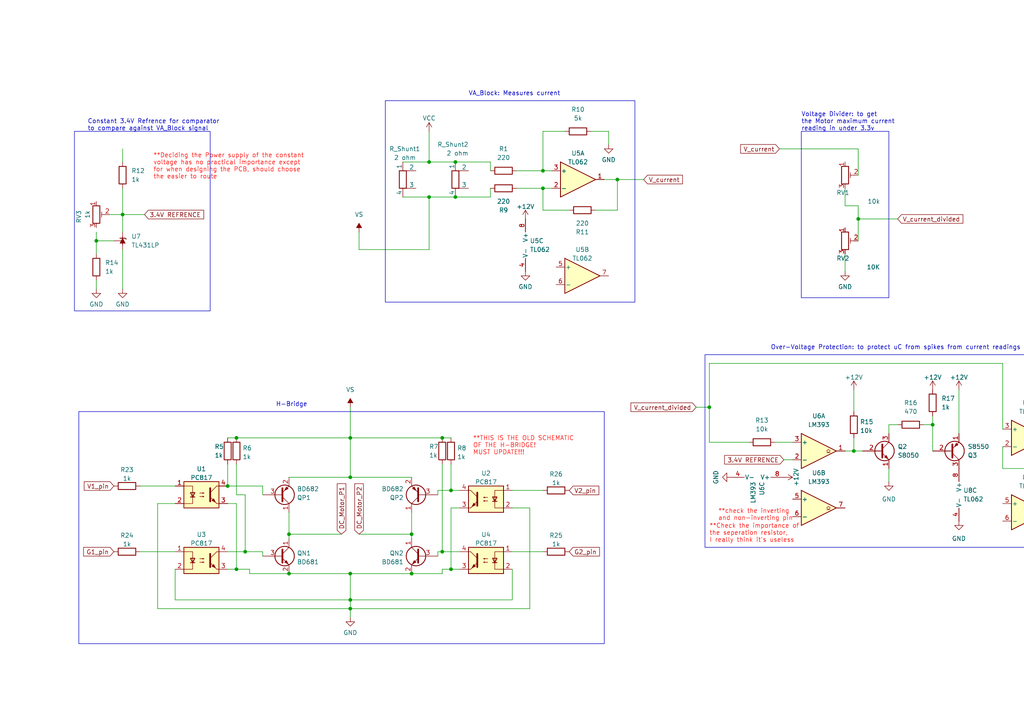
<source format=kicad_sch>
(kicad_sch (version 20230121) (generator eeschema)
  (paper "A4")
  (junction (at -48.26 105.41))
  (junction (at 101.6 127))
  (junction (at 124.46 46.99))
  (junction (at 179.07 52.07))
  (junction (at 157.48 54.61))
  (junction (at 27.94 69.85))
  (junction (at 427.99 115.57))
  (junction (at 406.4 138.43))
  (junction (at 139.7 -62.23))
  (junction (at -55.88 113.03))
  (junction (at 248.92 63.5))
  (junction (at 71.12 160.02))
  (junction (at 130.81 142.24))
  (junction (at 132.08 46.99))
  (junction (at 72.39 -21.59))
  (junction (at 68.58 127))
  (junction (at 128.27 127))
  (junction (at 417.83 125.73))
  (junction (at 101.6 173.99))
  (junction (at 128.27 160.02))
  (junction (at 308.61 127))
  (junction (at 124.46 57.15))
  (junction (at 90.17 -39.37))
  (junction (at 68.58 165.1))
  (junction (at 101.6 176.53))
  (junction (at 165.1 -62.23))
  (junction (at 247.65 130.81))
  (junction (at 173.99 -62.23))
  (junction (at 55.88 -39.37))
  (junction (at 101.6 138.43))
  (junction (at 165.1 -48.26))
  (junction (at 101.6 166.37))
  (junction (at 205.74 118.11))
  (junction (at 132.08 57.15))
  (junction (at 270.51 123.19))
  (junction (at -127 107.95))
  (junction (at 157.48 49.53))
  (junction (at 130.81 165.1))
  (junction (at 119.38 166.37))
  (junction (at 66.04 140.97))
  (junction (at 83.82 154.94))
  (junction (at 170.18 -10.16))
  (junction (at 83.82 166.37))
  (junction (at -72.39 105.41))
  (junction (at 119.38 154.94))
  (junction (at 35.56 62.23))
  (junction (at 157.48 -10.16))
  (wire (pts (xy -72.39 102.87) (xy -72.39 105.41)))
  (wire (pts (xy 172.72 60.96) (xy 179.07 60.96)))
  (wire (pts (xy 153.67 176.53) (xy 101.6 176.53)))
  (wire (pts (xy 111.76 -30.48) (xy 111.76 -27.94)))
  (wire (pts (xy 157.48 49.53) (xy 160.02 49.53)))
  (wire (pts (xy 130.81 134.62) (xy 130.81 142.24)))
  (wire (pts (xy 127 142.24) (xy 127 143.51)))
  (wire (pts (xy 124.46 46.99) (xy 132.08 46.99)))
  (wire (pts (xy 248.92 63.5) (xy 260.35 63.5)))
  (wire (pts (xy 186.69 52.07) (xy 179.07 52.07)))
  (wire (pts (xy 40.64 140.97) (xy 50.8 140.97)))
  (wire (pts (xy 66.04 127) (xy 68.58 127)))
  (wire (pts (xy 124.46 38.1) (xy 124.46 46.99)))
  (wire (pts (xy 101.6 138.43) (xy 119.38 138.43)))
  (wire (pts (xy 157.48 -19.05) (xy 157.48 -10.16)))
  (wire (pts (xy 248.92 63.5) (xy 248.92 69.85)))
  (wire (pts (xy 45.72 146.05) (xy 50.8 146.05)))
  (wire (pts (xy 165.1 -62.23) (xy 165.1 -57.15)))
  (wire (pts (xy 132.08 57.15) (xy 142.24 57.15)))
  (wire (pts (xy 270.51 123.19) (xy 270.51 130.81)))
  (wire (pts (xy -24.13 118.11) (xy -24.13 128.27)))
  (wire (pts (xy 128.27 134.62) (xy 128.27 160.02)))
  (wire (pts (xy -24.13 88.9) (xy -24.13 97.79)))
  (wire (pts (xy 27.94 69.85) (xy 33.02 69.85)))
  (wire (pts (xy 388.62 138.43) (xy 406.4 138.43)))
  (wire (pts (xy 165.1 -49.53) (xy 165.1 -48.26)))
  (wire (pts (xy 55.88 -26.67) (xy 55.88 -21.59)))
  (wire (pts (xy 226.06 43.18) (xy 248.92 43.18)))
  (wire (pts (xy 245.11 54.61) (xy 245.11 59.69)))
  (wire (pts (xy 55.88 -39.37) (xy 64.77 -39.37)))
  (wire (pts (xy 66.04 165.1) (xy 68.58 165.1)))
  (wire (pts (xy 127 160.02) (xy 128.27 160.02)))
  (wire (pts (xy -72.39 93.98) (xy -72.39 95.25)))
  (wire (pts (xy 68.58 165.1) (xy 72.39 165.1)))
  (wire (pts (xy 170.18 -10.16) (xy 173.99 -10.16)))
  (wire (pts (xy 101.6 166.37) (xy 101.6 173.99)))
  (wire (pts (xy 278.13 113.03) (xy 278.13 125.73)))
  (wire (pts (xy -31.75 105.41) (xy -31.75 113.03)))
  (wire (pts (xy 247.65 127) (xy 247.65 130.81)))
  (wire (pts (xy -127 95.25) (xy -127 100.33)))
  (wire (pts (xy 139.7 -69.85) (xy 139.7 -62.23)))
  (wire (pts (xy 55.88 -46.99) (xy 55.88 -39.37)))
  (wire (pts (xy 119.38 148.59) (xy 119.38 154.94)))
  (wire (pts (xy 68.58 127) (xy 101.6 127)))
  (wire (pts (xy 128.27 127) (xy 130.81 127)))
  (wire (pts (xy 83.82 166.37) (xy 101.6 166.37)))
  (wire (pts (xy 139.7 -62.23) (xy 139.7 -57.15)))
  (wire (pts (xy 245.11 73.66) (xy 245.11 78.74)))
  (wire (pts (xy 247.65 113.03) (xy 247.65 119.38)))
  (wire (pts (xy 66.04 160.02) (xy 71.12 160.02)))
  (wire (pts (xy 133.35 147.32) (xy 130.81 147.32)))
  (wire (pts (xy 45.72 176.53) (xy 45.72 146.05)))
  (wire (pts (xy 257.81 123.19) (xy 260.35 123.19)))
  (wire (pts (xy 139.7 -62.23) (xy 148.59 -62.23)))
  (wire (pts (xy -48.26 105.41) (xy -31.75 105.41)))
  (wire (pts (xy 35.56 72.39) (xy 35.56 83.82)))
  (wire (pts (xy 427.99 115.57) (xy 427.99 130.81)))
  (wire (pts (xy 66.04 140.97) (xy 76.2 140.97)))
  (wire (pts (xy -24.13 100.33) (xy -24.13 107.95)))
  (wire (pts (xy 179.07 60.96) (xy 179.07 52.07)))
  (wire (pts (xy -127 107.95) (xy -127 111.76)))
  (wire (pts (xy 101.6 173.99) (xy 101.6 176.53)))
  (wire (pts (xy -72.39 118.11) (xy -72.39 128.27)))
  (wire (pts (xy 173.99 -62.23) (xy 173.99 -57.15)))
  (wire (pts (xy 157.48 -10.16) (xy 170.18 -10.16)))
  (wire (pts (xy 35.56 54.61) (xy 35.56 62.23)))
  (wire (pts (xy 171.45 38.1) (xy 176.53 38.1)))
  (wire (pts (xy 406.4 110.49) (xy 436.88 110.49)))
  (wire (pts (xy 133.35 142.24) (xy 130.81 142.24)))
  (wire (pts (xy 27.94 69.85) (xy 27.94 73.66)))
  (wire (pts (xy 201.93 118.11) (xy 205.74 118.11)))
  (wire (pts (xy -48.26 93.98) (xy -48.26 95.25)))
  (wire (pts (xy 170.18 -43.18) (xy 170.18 -29.21)))
  (wire (pts (xy 427.99 115.57) (xy 436.88 115.57)))
  (wire (pts (xy 205.74 128.27) (xy 205.74 118.11)))
  (wire (pts (xy 90.17 -46.99) (xy 90.17 -39.37)))
  (wire (pts (xy 71.12 160.02) (xy 76.2 160.02)))
  (wire (pts (xy 406.4 138.43) (xy 410.21 138.43)))
  (wire (pts (xy 119.38 166.37) (xy 128.27 166.37)))
  (wire (pts (xy 290.83 135.89) (xy 308.61 135.89)))
  (wire (pts (xy 68.58 143.51) (xy 71.12 143.51)))
  (wire (pts (xy 83.82 138.43) (xy 101.6 138.43)))
  (wire (pts (xy 35.56 62.23) (xy 35.56 67.31)))
  (wire (pts (xy 72.39 -31.75) (xy 72.39 -21.59)))
  (wire (pts (xy 71.12 143.51) (xy 71.12 160.02)))
  (wire (pts (xy 461.01 128.27) (xy 452.12 128.27)))
  (wire (pts (xy 68.58 146.05) (xy 68.58 165.1)))
  (wire (pts (xy 116.84 46.99) (xy 124.46 46.99)))
  (wire (pts (xy 170.18 -29.21) (xy 168.91 -29.21)))
  (wire (pts (xy 101.6 176.53) (xy 45.72 176.53)))
  (wire (pts (xy 119.38 154.94) (xy 119.38 156.21)))
  (wire (pts (xy -48.26 102.87) (xy -48.26 105.41)))
  (wire (pts (xy 175.26 52.07) (xy 179.07 52.07)))
  (wire (pts (xy 290.83 129.54) (xy 290.83 135.89)))
  (wire (pts (xy -62.23 105.41) (xy -62.23 113.03)))
  (wire (pts (xy 104.14 154.94) (xy 119.38 154.94)))
  (wire (pts (xy 130.81 165.1) (xy 133.35 165.1)))
  (wire (pts (xy 50.8 173.99) (xy 50.8 165.1)))
  (wire (pts (xy 173.99 -62.23) (xy 165.1 -62.23)))
  (wire (pts (xy 83.82 154.94) (xy 99.06 154.94)))
  (wire (pts (xy 168.91 -26.67) (xy 170.18 -26.67)))
  (wire (pts (xy 153.67 147.32) (xy 153.67 176.53)))
  (wire (pts (xy 417.83 125.73) (xy 436.88 125.73)))
  (wire (pts (xy 149.86 54.61) (xy 157.48 54.61)))
  (wire (pts (xy -82.55 113.03) (xy -80.01 113.03)))
  (wire (pts (xy 227.33 133.35) (xy 229.87 133.35)))
  (wire (pts (xy 80.01 -39.37) (xy 90.17 -39.37)))
  (wire (pts (xy 76.2 140.97) (xy 76.2 143.51)))
  (wire (pts (xy 83.82 148.59) (xy 83.82 154.94)))
  (wire (pts (xy 308.61 127) (xy 316.23 127)))
  (wire (pts (xy 35.56 62.23) (xy 41.91 62.23)))
  (wire (pts (xy 157.48 54.61) (xy 157.48 60.96)))
  (wire (pts (xy 76.2 160.02) (xy 76.2 161.29)))
  (wire (pts (xy 157.48 38.1) (xy 163.83 38.1)))
  (wire (pts (xy 148.59 173.99) (xy 101.6 173.99)))
  (wire (pts (xy 101.6 166.37) (xy 119.38 166.37)))
  (wire (pts (xy 130.81 147.32) (xy 130.81 165.1)))
  (wire (pts (xy 157.48 54.61) (xy 160.02 54.61)))
  (wire (pts (xy 165.1 -48.26) (xy 165.1 -43.18)))
  (wire (pts (xy 148.59 165.1) (xy 148.59 173.99)))
  (wire (pts (xy 124.46 57.15) (xy 124.46 72.39)))
  (wire (pts (xy 142.24 57.15) (xy 142.24 54.61)))
  (wire (pts (xy 217.17 128.27) (xy 205.74 128.27)))
  (wire (pts (xy 139.7 -10.16) (xy 157.48 -10.16)))
  (wire (pts (xy 66.04 134.62) (xy 66.04 140.97)))
  (wire (pts (xy 191.77 -63.5) (xy 191.77 -58.42)))
  (wire (pts (xy 267.97 123.19) (xy 270.51 123.19)))
  (wire (pts (xy -127 107.95) (xy -121.92 107.95)))
  (wire (pts (xy 68.58 134.62) (xy 68.58 143.51)))
  (wire (pts (xy -72.39 105.41) (xy -62.23 105.41)))
  (wire (pts (xy 156.21 -48.26) (xy 165.1 -48.26)))
  (wire (pts (xy 127 160.02) (xy 127 161.29)))
  (wire (pts (xy 101.6 127) (xy 128.27 127)))
  (wire (pts (xy 55.88 -39.37) (xy 55.88 -34.29)))
  (wire (pts (xy 104.14 67.31) (xy 104.14 72.39)))
  (wire (pts (xy 165.1 -62.23) (xy 163.83 -62.23)))
  (wire (pts (xy 55.88 -21.59) (xy 72.39 -21.59)))
  (wire (pts (xy 27.94 67.31) (xy 27.94 69.85)))
  (wire (pts (xy 257.81 125.73) (xy 257.81 123.19)))
  (wire (pts (xy 247.65 130.81) (xy 250.19 130.81)))
  (wire (pts (xy 124.46 57.15) (xy 132.08 57.15)))
  (wire (pts (xy 191.77 -71.12) (xy 191.77 -66.04)))
  (wire (pts (xy -55.88 93.98) (xy -55.88 97.79)))
  (wire (pts (xy -48.26 118.11) (xy -48.26 128.27)))
  (wire (pts (xy 40.64 160.02) (xy 50.8 160.02)))
  (wire (pts (xy 139.7 -49.53) (xy 139.7 -10.16)))
  (wire (pts (xy 248.92 43.18) (xy 248.92 50.8)))
  (wire (pts (xy -127 102.87) (xy -127 107.95)))
  (wire (pts (xy -62.23 113.03) (xy -55.88 113.03)))
  (wire (pts (xy 148.59 142.24) (xy 157.48 142.24)))
  (wire (pts (xy 83.82 154.94) (xy 83.82 156.21)))
  (wire (pts (xy 90.17 -39.37) (xy 90.17 -34.29)))
  (wire (pts (xy 406.4 138.43) (xy 406.4 110.49)))
  (wire (pts (xy 157.48 60.96) (xy 165.1 60.96)))
  (wire (pts (xy -82.55 102.87) (xy -82.55 105.41)))
  (wire (pts (xy 142.24 46.99) (xy 142.24 49.53)))
  (wire (pts (xy 66.04 146.05) (xy 68.58 146.05)))
  (wire (pts (xy 116.84 57.15) (xy 124.46 57.15)))
  (wire (pts (xy 173.99 -69.85) (xy 173.99 -62.23)))
  (wire (pts (xy 130.81 142.24) (xy 127 142.24)))
  (wire (pts (xy 148.59 160.02) (xy 157.48 160.02)))
  (wire (pts (xy 427.99 130.81) (xy 436.88 130.81)))
  (wire (pts (xy 461.01 113.03) (xy 452.12 113.03)))
  (wire (pts (xy 128.27 165.1) (xy 130.81 165.1)))
  (wire (pts (xy 128.27 166.37) (xy 128.27 165.1)))
  (wire (pts (xy 257.81 135.89) (xy 257.81 139.7)))
  (wire (pts (xy 176.53 38.1) (xy 176.53 41.91)))
  (wire (pts (xy 101.6 176.53) (xy 101.6 179.07)))
  (wire (pts (xy 148.59 147.32) (xy 153.67 147.32)))
  (wire (pts (xy 111.76 -20.32) (xy 111.76 -15.24)))
  (wire (pts (xy 35.56 43.18) (xy 35.56 46.99)))
  (wire (pts (xy 156.21 -54.61) (xy 156.21 -48.26)))
  (wire (pts (xy 248.92 59.69) (xy 248.92 63.5)))
  (wire (pts (xy 270.51 120.65) (xy 270.51 123.19)))
  (wire (pts (xy 308.61 127) (xy 306.07 127)))
  (wire (pts (xy 290.83 105.41) (xy 290.83 124.46)))
  (wire (pts (xy 132.08 46.99) (xy 142.24 46.99)))
  (wire (pts (xy 72.39 166.37) (xy 83.82 166.37)))
  (wire (pts (xy 157.48 49.53) (xy 157.48 38.1)))
  (wire (pts (xy 417.83 133.35) (xy 417.83 125.73)))
  (wire (pts (xy 173.99 -49.53) (xy 173.99 -10.16)))
  (wire (pts (xy 101.6 118.11) (xy 101.6 127)))
  (wire (pts (xy 245.11 130.81) (xy 247.65 130.81)))
  (wire (pts (xy 72.39 165.1) (xy 72.39 166.37)))
  (wire (pts (xy 170.18 -26.67) (xy 170.18 -10.16)))
  (wire (pts (xy 165.1 -43.18) (xy 170.18 -43.18)))
  (wire (pts (xy 128.27 160.02) (xy 133.35 160.02)))
  (wire (pts (xy 149.86 49.53) (xy 157.48 49.53)))
  (wire (pts (xy 224.79 128.27) (xy 229.87 128.27)))
  (wire (pts (xy 90.17 -26.67) (xy 90.17 -21.59)))
  (wire (pts (xy 388.62 115.57) (xy 427.99 115.57)))
  (wire (pts (xy 308.61 135.89) (xy 308.61 127)))
  (wire (pts (xy 104.14 72.39) (xy 124.46 72.39)))
  (wire (pts (xy 205.74 105.41) (xy 290.83 105.41)))
  (wire (pts (xy 245.11 59.69) (xy 248.92 59.69)))
  (wire (pts (xy -72.39 105.41) (xy -72.39 107.95)))
  (wire (pts (xy 417.83 106.68) (xy 417.83 125.73)))
  (wire (pts (xy 157.48 -41.91) (xy 157.48 -39.37)))
  (wire (pts (xy 111.76 -43.18) (xy 111.76 -38.1)))
  (wire (pts (xy 72.39 -21.59) (xy 90.17 -21.59)))
  (wire (pts (xy 27.94 81.28) (xy 27.94 83.82)))
  (wire (pts (xy 31.75 62.23) (xy 35.56 62.23)))
  (wire (pts (xy 101.6 127) (xy 101.6 138.43)))
  (wire (pts (xy -48.26 105.41) (xy -48.26 107.95)))
  (wire (pts (xy 205.74 118.11) (xy 205.74 105.41)))
  (wire (pts (xy 101.6 173.99) (xy 50.8 173.99)))
  (rectangle (start -86.36 81.28) (end -12.7 135.89))
  (rectangle (start 394.97 87.63) (end 457.2 171.45))
  (rectangle (start 204.47 102.87) (end 312.42 158.75))
  (rectangle (start 111.76 29.21) (end 184.15 87.63))
  (rectangle (start 22.86 119.38) (end 175.26 186.69))
  (rectangle (start 364.49 -50.8) (end 494.03 57.15))
  (rectangle (start 21.59 38.1) (end 60.96 90.17))
  (rectangle (start -130.81 86.36) (end -90.17 125.73))
  (rectangle (start 232.41 38.1) (end 257.81 86.36))
  (text "Over-Voltage Protection: to protect uC from spikes from current readings" (at 223.52 101.6 0) (effects (font (size 1.27 1.27)) (justify left bottom)))
  (text "Main Pic Controller" (at 398.78 -53.34 0) (effects (font (size 1.27 1.27)) (justify left bottom)))
  (text "The 5v will only be used for the Pic uC,\nMCP4131 and the demultiplexer logic circuitry" (at 54.61 -53.34 0) (effects (font (size 1.27 1.27)) (justify left bottom)))
  (text "** decide to connect to which \nPic GND pin when designing PCB" (at 410.21 54.61 0) (effects (font (size 1.27 1.27)) (justify left bottom)))
  (text "** I think I need to design a multiplexer\nto control when SDI/SDO enters the IC" (at 116.84 -38.1 0) (effects (font (size 1.27 1.27)) (justify left bottom)))
  (text "**check the inverting \nand non-inverting pin" (at 208.28 151.13 0) (effects (font (size 1.27 1.27)) (justify left bottom)))
  (text "Thermistor" (at -123.19 88.9 0) (effects (font (size 1.27 1.27)) (justify left bottom)))
  (text "**Deciding the Power supply of the control \ntransistorhas no practical importance except \nfor when designing the PCB, should choose \nthe easier to route\n** Also check these resistor values" (at -76.2 92.71 0) (effects (font (size 1.27 1.27)) (justify left bottom)))
  (text "Constant 3.4V Refrence for comparator \nto compare against VA_Block signal" (at 25.4 38.1 0) (effects (font (size 1.27 1.27)) (justify left bottom)))
  (text "Demultiplexer: to demultiplexer the PWM signal \nto the wanted Motor GND Pin, the one with \nwanted CW/CCW" (at 402.59 86.36 0) (effects (font (size 1.27 1.27)) (justify left bottom)))
  (text "**THIS IS THE OLD SCHEMATIC\nOF THE H-BRIDGE!\nMUST UPDATE!!!" (at 137.16 132.08 0) (effects (font (size 1.27 1.27)) (justify left bottom)))
  (text "Will take same Vcc as uC.\nFor micropython boards outside.\nunfortionately must have to make \nvoltage divider on a breadboard\noutside the PCB if needed :(" (at -124.46 99.06 0) (effects (font (size 1.27 1.27)) (justify left bottom)))
  (text "**Deciding the Power supply of the constant \nvoltage has no practical importance except \nfor when designing the PCB, should choose \nthe easier to route\n" (at 44.45 52.07 0) (effects (font (size 1.27 1.27)) (justify left bottom)))
  (text "** test if it's really okay to connect \nUART RX and SPI SDO to the same pin" (at 468.63 -5.08 0) (effects (font (size 1.27 1.27)) (justify left bottom)))
  (text "**Design the 1-2 Demultiplexer for the G2 motor pin" (at 407.67 -43.18 0) (effects (font (size 1.27 1.27)) (justify left bottom)))
  (text "H-Bridge" (at 80.01 118.11 0) (effects (font (size 1.27 1.27)) (justify left bottom)))
  (text "**Check the importance of \nthe seperation resistor,\nI really think it's useless" (at 205.74 157.48 0) (effects (font (size 1.27 1.27)) (justify left bottom)))
  (text "Heater Power Control" (at -74.93 81.28 0) (effects (font (size 1.27 1.27)) (justify left bottom)))
  (text "**Rigourisly check if this LED \ndoesn't disturb the PWM signal \nto the darlington power transistor" (at -69.85 125.73 0) (effects (font (size 1.27 1.27)) (justify left bottom)))
  (text "Voltage Divider: to get \nthe Motor maximum current \nreading in under 3.3v" (at 232.41 38.1 0) (effects (font (size 1.27 1.27)) (justify left bottom)))
  (text "VA_Block: Measures current" (at 135.89 27.94 0) (effects (font (size 1.27 1.27)) (justify left bottom)))
  (global_label "V1_pin" (shape input) (at 394.97 16.51 180) (property "Intersheetrefs" "${INTERSHEET_REFS}" (effects hide)))
  (global_label "Thermistor_reading" (shape input) (at -121.92 107.95 0) (property "Intersheetrefs" "${INTERSHEET_REFS}" (effects hide)))
  (global_label "SDO_Pin" (shape input) (at 478.79 -3.81 0) (property "Intersheetrefs" "${INTERSHEET_REFS}" (effects hide)))
  (global_label "DC_Motor_P2" (shape input) (at 104.14 154.94 90) (property "Intersheetrefs" "${INTERSHEET_REFS}" (effects hide)))
  (global_label "Heater_control_pin" (shape input) (at 455.93 -11.43 0) (property "Intersheetrefs" "${INTERSHEET_REFS}" (effects hide)))
  (global_label "V1_pin" (shape input) (at 33.02 140.97 180) (property "Intersheetrefs" "${INTERSHEET_REFS}" (effects hide)))
  (global_label "V2_pin" (shape input) (at 394.97 19.05 180) (property "Intersheetrefs" "${INTERSHEET_REFS}" (effects hide)))
  (global_label "SDI_Pin" (shape input) (at 146.05 -29.21 180) (property "Intersheetrefs" "${INTERSHEET_REFS}" (effects hide)))
  (global_label "V_current" (shape input) (at 186.69 52.07 0) (property "Intersheetrefs" "${INTERSHEET_REFS}" (effects hide)))
  (global_label "Demultiplexer Select Pin" (shape input) (at 388.62 138.43 180) (property "Intersheetrefs" "${INTERSHEET_REFS}" (effects hide)))
  (global_label "3.4V REFRENCE" (shape input) (at 227.33 133.35 180) (property "Intersheetrefs" "${INTERSHEET_REFS}" (effects hide)))
  (global_label "Demultiplexer Select Pin" (shape input) (at 394.97 21.59 180) (property "Intersheetrefs" "${INTERSHEET_REFS}" (effects hide)))
  (global_label "UART_TX_Pin" (shape input) (at 224.79 -60.96 270) (property "Intersheetrefs" "${INTERSHEET_REFS}" (effects hide)))
  (global_label "Heater_control_pin" (shape input) (at -82.55 102.87 90) (property "Intersheetrefs" "${INTERSHEET_REFS}" (effects hide)))
  (global_label "V_current_divided" (shape input) (at 201.93 118.11 180) (property "Intersheetrefs" "${INTERSHEET_REFS}" (effects hide)))
  (global_label "V2_pin" (shape input) (at 165.1 142.24 0) (property "Intersheetrefs" "${INTERSHEET_REFS}" (effects hide)))
  (global_label "SCK_Pin" (shape input) (at 394.97 11.43 180) (property "Intersheetrefs" "${INTERSHEET_REFS}" (effects hide)))
  (global_label "V_current_divided_clamped" (shape input) (at 394.97 -13.97 180) (property "Intersheetrefs" "${INTERSHEET_REFS}" (effects hide)))
  (global_label "UART_TX_Pin" (shape input) (at 455.93 -3.81 0) (property "Intersheetrefs" "${INTERSHEET_REFS}" (effects hide)))
  (global_label "V_current" (shape input) (at 226.06 43.18 180) (property "Intersheetrefs" "${INTERSHEET_REFS}" (effects hide)))
  (global_label "MCP_CS_Pin" (shape input) (at 455.93 -16.51 0) (property "Intersheetrefs" "${INTERSHEET_REFS}" (effects hide)))
  (global_label "SDO_Pin" (shape input) (at 130.81 -29.21 180) (property "Intersheetrefs" "${INTERSHEET_REFS}" (effects hide)))
  (global_label "Demultiplexer_Input_Signal" (shape input) (at 388.62 115.57 180) (property "Intersheetrefs" "${INTERSHEET_REFS}" (effects hide)))
  (global_label "UART_RX_Pin" (shape input) (at 455.93 -1.27 0) (property "Intersheetrefs" "${INTERSHEET_REFS}" (effects hide)))
  (global_label "SDI_Pin" (shape input) (at 394.97 8.89 180) (property "Intersheetrefs" "${INTERSHEET_REFS}" (effects hide)))
  (global_label "MCP_CS_Pin" (shape input) (at 146.05 -26.67 180) (property "Intersheetrefs" "${INTERSHEET_REFS}" (effects hide)))
  (global_label "G2_pin" (shape input) (at 165.1 160.02 0) (property "Intersheetrefs" "${INTERSHEET_REFS}" (effects hide)))
  (global_label "Demultiplexer_Input_Signal" (shape input) (at 455.93 -13.97 0) (property "Intersheetrefs" "${INTERSHEET_REFS}" (effects hide)))
  (global_label "SCK_Pin" (shape input) (at 146.05 -31.75 180) (property "Intersheetrefs" "${INTERSHEET_REFS}" (effects hide)))
  (global_label "G2_pin" (shape input) (at 461.01 128.27 0) (property "Intersheetrefs" "${INTERSHEET_REFS}" (effects hide)))
  (global_label "G1_pin" (shape input) (at 33.02 160.02 180) (property "Intersheetrefs" "${INTERSHEET_REFS}" (effects hide)))
  (global_label "3.4V REFRENCE" (shape input) (at 41.91 62.23 0) (property "Intersheetrefs" "${INTERSHEET_REFS}" (effects hide)))
  (global_label "UART_RX_Pin" (shape input) (at 227.33 -60.96 270) (property "Intersheetrefs" "${INTERSHEET_REFS}" (effects hide)))
  (global_label "V_current_divided_clamped" (shape input) (at 316.23 127 0) (property "Intersheetrefs" "${INTERSHEET_REFS}" (effects hide)))
  (global_label "Thermistor_reading" (shape input) (at 394.97 -16.51 180) (property "Intersheetrefs" "${INTERSHEET_REFS}" (effects hide)))
  (global_label "DC_Motor_P1" (shape input) (at 99.06 154.94 90) (property "Intersheetrefs" "${INTERSHEET_REFS}" (effects hide)))
  (global_label "G1_pin" (shape input) (at 461.01 113.03 0) (property "Intersheetrefs" "${INTERSHEET_REFS}" (effects hide)))
  (global_label "V_current_divided" (shape input) (at 260.35 63.5 0) (property "Intersheetrefs" "${INTERSHEET_REFS}" (effects hide)))
  (symbol (lib_id "Device:R") (at 161.29 142.24 90) (unit 1)
    (property "Reference" "R26" (at 161.29 137.5242 90))
    (property "Value" "1k" (at 161.29 140.0611 90))
    (property "Footprint" "Resistor_THT:R_Axial_DIN0207_L6.3mm_D2.5mm_P7.62mm_Horizontal" (effects hide))
  )
  (symbol (lib_id "power:GND") (at 176.53 41.91 0) (unit 1)
    (property "Reference" "#PWR03" (effects hide))
    (property "Value" "GND" (at 176.53 46.3534 0))
  )
  (symbol (lib_id "Amplifier_Operational:TL062") (at 280.67 143.51 0) (unit 3)
    (property "Reference" "U8" (at 279.4 142.24 0) (effects (justify left)))
    (property "Value" "TL062" (at 279.4 144.78 0) (effects (justify left)))
    (property "Datasheet" "http://www.ti.com/lit/ds/symlink/tl061.pdf" (effects hide))
  )
  (symbol (lib_id "power:VS") (at 101.6 118.11 0) (unit 1)
    (property "Reference" "#PWR018" (effects hide))
    (property "Value" "VS" (at 101.6 113.03 0))
  )
  (symbol (lib_id "Isolator:PC817") (at 58.42 162.56 0) (unit 1)
    (property "Reference" "U3" (at 58.42 155.0502 0))
    (property "Value" "PC817" (at 58.42 157.5871 0))
    (property "Footprint" "Package_DIP:DIP-4_W7.62mm" (effects hide))
    (property "Datasheet" "http://www.soselectronic.cz/a_info/resource/d/pc817.pdf" (effects hide))
  )
  (symbol (lib_id "Device:R") (at 264.16 123.19 90) (unit 1)
    (property "Reference" "R16" (at 264.16 116.84 90))
    (property "Value" "470" (at 264.16 119.38 90))
    (property "Footprint" "Resistor_THT:R_Axial_DIN0207_L6.3mm_D2.5mm_P7.62mm_Horizontal" (effects hide))
  )
  (symbol (lib_id "Device:Q_PNP_CEB") (at 121.92 143.51 180) (unit 1)
    (property "Reference" "QP2" (at 117.0686 144.3447 0) (effects (justify left)))
    (property "Value" "BD682" (at 117.0686 141.8078 0) (effects (justify left)))
    (property "Footprint" "Package_TO_SOT_THT:TO-126-3_Vertical" (effects hide))
  )
  (symbol (lib_id "Device:LED") (at -55.88 101.6 270) (unit 1)
    (property "Reference" "D2" (at -58.801 100.8472 90) (effects (justify right)))
    (property "Value" "LED" (at -58.801 98.3103 90) (effects (justify right)))
  )
  (symbol (lib_id "power:+12V") (at -24.13 88.9 0) (unit 1)
    (property "Reference" "#PWR?" (effects hide))
    (property "Value" "+12V" (at -24.13 85.3242 0))
  )
  (symbol (lib_id "Amplifier_Operational:TL062") (at 154.94 71.12 0) (unit 3)
    (property "Reference" "U5" (at 153.67 69.85 0) (effects (justify left)))
    (property "Value" "TL062" (at 153.67 72.39 0) (effects (justify left)))
    (property "Datasheet" "http://www.ti.com/lit/ds/symlink/tl061.pdf" (effects hide))
  )
  (symbol (lib_id "Device:Q_NPN_Darlington_BCE") (at -26.67 113.03 0) (unit 1)
    (property "Reference" "QD1" (at -21.8186 112.1953 0) (effects (justify left)))
    (property "Value" "BD681" (at -21.8186 114.7322 0) (effects (justify left)))
    (property "Footprint" "Package_TO_SOT_THT:TO-126-3_Vertical" (effects hide))
  )
  (symbol (lib_id "power:VCC") (at 124.46 38.1 0) (unit 1)
    (property "Reference" "#PWR017" (effects hide))
    (property "Value" "VCC" (at 124.46 34.29 0))
  )
  (symbol (lib_id "power:GND") (at 111.76 -15.24 0) (unit 1)
    (property "Reference" "#PWR?" (effects hide))
    (property "Value" "GND" (at 111.76 -10.7966 0))
  )
  (symbol (lib_id "Comparator:LM393") (at 237.49 147.32 0) (unit 2)
    (property "Reference" "U6" (at 237.49 137.16 0))
    (property "Value" "LM393" (at 237.49 139.7 0))
    (property "Datasheet" "http://www.ti.com/lit/ds/symlink/lm393.pdf" (effects hide))
  )
  (symbol (lib_id "power:+12V") (at 278.13 113.03 0) (unit 1)
    (property "Reference" "#PWR015" (effects hide))
    (property "Value" "+12V" (at 278.13 109.4542 0))
  )
  (symbol (lib_id "Device:R_Shunt") (at 132.08 52.07 0) (unit 1)
    (property "Reference" "R_Shunt2" (at 135.89 41.91 0) (effects (justify right)))
    (property "Value" "2 ohm" (at 135.89 44.45 0) (effects (justify right)))
    (property "Footprint" "Resistor_THT:R_Axial_Shunt_L22.2mm_W9.5mm_PS14.30mm_P25.40mm" (effects hide))
  )
  (symbol (lib_id "Device:R") (at -72.39 99.06 180) (unit 1)
    (property "Reference" "R0" (at -70.612 98.2253 0) (effects (justify right)))
    (property "Value" "1k" (at -70.612 100.7622 0) (effects (justify right)))
    (property "Footprint" "Resistor_THT:R_Axial_DIN0207_L6.3mm_D2.5mm_P7.62mm_Horizontal" (effects hide))
  )
  (symbol (lib_id "Connector:Screw_Terminal_01x02") (at -19.05 97.79 0) (unit 1)
    (property "Reference" "HeaterOutput" (at -36.83 96.52 0) (effects (justify left)))
    (property "Value" "Screw_Terminal_01x02" (at -45.72 100.33 0) (effects (justify left)))
    (property "Footprint" "TerminalBlock:TerminalBlock_bornier-2_P5.08mm" (effects hide))
  )
  (symbol (lib_id "Device:R_Potentiometer_Trim") (at 245.11 69.85 0) (unit 1)
    (property "Reference" "RV2" (at 246.38 74.93 0) (effects (justify right)))
    (property "Value" "10K" (at 255.27 77.47 0) (effects (justify right)))
    (property "Footprint" "Connector_PinSocket_2.54mm:PinSocket_1x03_P2.54mm_Vertical" (effects hide))
  )
  (symbol (lib_id "power:GND") (at -48.26 128.27 0) (unit 1)
    (property "Reference" "#PWR?" (effects hide))
    (property "Value" "GND" (at -48.26 132.7134 0))
  )
  (symbol (lib_id "Transistor_BJT:S8050") (at -74.93 113.03 0) (unit 1)
    (property "Reference" "Q?" (at -70.0786 112.1953 0) (effects (justify left)))
    (property "Value" "S8050" (at -70.0786 114.7322 0) (effects (justify left)))
    (property "Footprint" "Package_TO_SOT_THT:TO-92_Inline" (effects hide))
    (property "Datasheet" "http://www.unisonic.com.tw/datasheet/S8050.pdf" (effects hide))
  )
  (symbol (lib_id "Transistor_BJT:S8050") (at 415.29 138.43 0) (unit 1)
    (property "Reference" "Q4" (at 420.37 137.16 0) (effects (justify left)))
    (property "Value" "S8050" (at 420.37 139.7 0) (effects (justify left)))
    (property "Footprint" "Package_TO_SOT_THT:TO-92_Inline" (effects hide))
    (property "Datasheet" "http://www.unisonic.com.tw/datasheet/S8050.pdf" (effects hide))
  )
  (symbol (lib_id "74xx:7400") (at 444.5 142.24 0) (unit 3)
    (property "Reference" "U13" (at 444.4917 133.35 0))
    (property "Value" "7400" (at 444.4917 135.89 0))
    (property "Datasheet" "http://www.ti.com/lit/gpn/sn7400" (effects hide))
  )
  (symbol (lib_id "Connector:Screw_Terminal_01x02") (at 196.85 -66.04 0) (unit 1)
    (property "Reference" "PowerInput" (at 199.39 -66.04 0) (effects (justify left)))
    (property "Value" "12v" (at 199.39 -63.5 0) (effects (justify left)))
    (property "Footprint" "TerminalBlock:TerminalBlock_bornier-2_P5.08mm" (effects hide))
  )
  (symbol (lib_id "Device:R") (at 128.27 130.81 0) (unit 1)
    (property "Reference" "R7" (at 124.46 129.54 0) (effects (justify left)))
    (property "Value" "1k" (at 124.46 132.08 0) (effects (justify left)))
    (property "Footprint" "Resistor_THT:R_Axial_DIN0207_L6.3mm_D2.5mm_P7.62mm_Horizontal" (effects hide))
  )
  (symbol (lib_id "Connector:Conn_01x02_Socket") (at 224.79 -66.04 90) (unit 1)
    (property "Reference" "J1" (at 228.6 -66.675 90) (effects (justify right)))
    (property "Value" "Pic UART JST Connector" (at 228.6 -64.135 90) (effects (justify right)))
    (property "Footprint" "Connector_PinSocket_2.54mm:PinSocket_1x02_P2.54mm_Horizontal" (effects hide))
  )
  (symbol (lib_id "Regulator_Linear:LM317_TO-220") (at 156.21 -62.23 0) (unit 1)
    (property "Reference" "U9" (at 156.21 -67.31 0))
    (property "Value" "LM317_TO-220" (at 156.21 -64.77 0))
    (property "Footprint" "Package_TO_SOT_THT:TO-220-3_Vertical" (effects hide))
    (property "Datasheet" "http://www.ti.com/lit/ds/symlink/lm317.pdf" (effects hide))
  )
  (symbol (lib_id "Device:C_Polarized") (at 173.99 -53.34 0) (unit 1)
    (property "Reference" "C2" (at 177.8 -55.499 0) (effects (justify left)))
    (property "Value" "1uF" (at 177.8 -52.959 0) (effects (justify left)))
  )
  (symbol (lib_id "power:GND") (at 101.6 179.07 0) (unit 1)
    (property "Reference" "#PWR?" (effects hide))
    (property "Value" "GND" (at 101.6 183.5134 0))
  )
  (symbol (lib_id "power:+12V") (at 152.4 63.5 0) (unit 1)
    (property "Reference" "#PWR01" (effects hide))
    (property "Value" "+12V" (at 152.4 59.9242 0))
  )
  (symbol (lib_id "Device:Q_PNP_CEB") (at 81.28 143.51 0) (mirror x) (unit 1)
    (property "Reference" "QP1" (at 86.1314 144.3447 0) (effects (justify left)))
    (property "Value" "BD682" (at 86.1314 141.8078 0) (effects (justify left)))
    (property "Footprint" "Package_TO_SOT_THT:TO-126-3_Vertical" (effects hide))
  )
  (symbol (lib_id "Device:R") (at 27.94 77.47 180) (unit 1)
    (property "Reference" "R14" (at 30.48 76.2 0) (effects (justify right)))
    (property "Value" "1k" (at 30.48 78.74 0) (effects (justify right)))
    (property "Footprint" "Resistor_THT:R_Axial_DIN0207_L6.3mm_D2.5mm_P7.62mm_Horizontal" (effects hide))
  )
  (symbol (lib_id "power:+12V") (at 111.76 -43.18 0) (unit 1)
    (property "Reference" "#PWR06" (effects hide))
    (property "Value" "+12V" (at 111.76 -46.7558 0))
  )
  (symbol (lib_id "power:+12V") (at 55.88 -46.99 0) (unit 1)
    (property "Reference" "#PWR023" (effects hide))
    (property "Value" "+12V" (at 55.88 -50.5658 0))
  )
  (symbol (lib_id "Device:R") (at 220.98 128.27 90) (unit 1)
    (property "Reference" "R13" (at 220.98 121.92 90))
    (property "Value" "10k" (at 220.98 124.46 90))
    (property "Footprint" "Resistor_THT:R_Axial_DIN0207_L6.3mm_D2.5mm_P7.62mm_Horizontal" (effects hide))
  )
  (symbol (lib_id "Device:R_Potentiometer_Trim") (at 27.94 62.23 0) (unit 1)
    (property "Reference" "RV3" (at 22.86 60.96 90) (effects (justify right)))
    (property "Value" "1k" (at 25.4 60.96 90) (effects (justify right)))
    (property "Footprint" "Connector_PinSocket_2.54mm:PinSocket_1x03_P2.54mm_Vertical" (effects hide))
  )
  (symbol (lib_id "power:GND") (at 72.39 -21.59 0) (unit 1)
    (property "Reference" "#PWR024" (effects hide))
    (property "Value" "GND" (at 72.39 -17.1466 0))
  )
  (symbol (lib_id "power:+12V") (at 247.65 113.03 0) (unit 1)
    (property "Reference" "#PWR012" (effects hide))
    (property "Value" "+12V" (at 247.65 109.4542 0))
  )
  (symbol (lib_id "Device:R") (at 36.83 140.97 90) (unit 1)
    (property "Reference" "R23" (at 36.83 136.2542 90))
    (property "Value" "1k" (at 36.83 138.7911 90))
    (property "Footprint" "Resistor_THT:R_Axial_DIN0207_L6.3mm_D2.5mm_P7.62mm_Horizontal" (effects hide))
  )
  (symbol (lib_id "Device:Q_NPN_CEB") (at 81.28 161.29 0) (unit 1)
    (property "Reference" "QN1" (at 86.1314 160.4553 0) (effects (justify left)))
    (property "Value" "BD681" (at 86.1314 162.9922 0) (effects (justify left)))
    (property "Footprint" "Package_TO_SOT_THT:TO-126-3_Vertical" (effects hide))
  )
  (symbol (lib_id "Amplifier_Operational:TL062") (at 168.91 80.01 0) (unit 2)
    (property "Reference" "U5" (at 168.91 72.39 0))
    (property "Value" "TL062" (at 168.91 74.93 0))
    (property "Datasheet" "http://www.ti.com/lit/ds/symlink/tl061.pdf" (effects hide))
  )
  (symbol (lib_id "Device:R") (at 36.83 160.02 90) (unit 1)
    (property "Reference" "R24" (at 36.83 155.3042 90))
    (property "Value" "1k" (at 36.83 157.8411 90))
    (property "Footprint" "Resistor_THT:R_Axial_DIN0207_L6.3mm_D2.5mm_P7.62mm_Horizontal" (effects hide))
  )
  (symbol (lib_id "power:GND") (at 417.83 143.51 0) (unit 1)
    (property "Reference" "#PWR031" (effects hide))
    (property "Value" "GND" (at 417.83 147.32 0))
  )
  (symbol (lib_id "Comparator:LM393") (at 237.49 130.81 0) (unit 1)
    (property "Reference" "U6" (at 237.49 120.65 0))
    (property "Value" "LM393" (at 237.49 123.19 0))
    (property "Datasheet" "http://www.ti.com/lit/ds/symlink/lm393.pdf" (effects hide))
  )
  (symbol (lib_id "Device:Q_NPN_CEB") (at 121.92 161.29 0) (mirror y) (unit 1)
    (property "Reference" "QN2" (at 117.0686 160.4553 0) (effects (justify left)))
    (property "Value" "BD681" (at 117.0686 162.9922 0) (effects (justify left)))
    (property "Footprint" "Package_TO_SOT_THT:TO-126-3_Vertical" (effects hide))
  )
  (symbol (lib_id "Amplifier_Operational:TL062") (at 167.64 52.07 0) (unit 1)
    (property "Reference" "U5" (at 167.64 44.45 0))
    (property "Value" "TL062" (at 167.64 46.99 0))
    (property "Datasheet" "http://www.ti.com/lit/ds/symlink/tl061.pdf" (effects hide))
  )
  (symbol (lib_id "power:GND") (at -127 119.38 0) (unit 1)
    (property "Reference" "#PWR?" (effects hide))
    (property "Value" "GND" (at -127 123.8234 0))
  )
  (symbol (lib_id "Device:R") (at 35.56 50.8 180) (unit 1)
    (property "Reference" "R12" (at 38.1 49.53 0) (effects (justify right)))
    (property "Value" "1k" (at 38.1 52.07 0) (effects (justify right)))
    (property "Footprint" "Resistor_THT:R_Axial_DIN0207_L6.3mm_D2.5mm_P7.62mm_Horizontal" (effects hide))
  )
  (symbol (lib_id "power:GND") (at 157.48 -10.16 0) (unit 1)
    (property "Reference" "#PWR?" (effects hide))
    (property "Value" "GND" (at 157.48 -5.7166 0))
  )
  (symbol (lib_id "power:GND") (at 27.94 83.82 0) (unit 1)
    (property "Reference" "#PWR08" (effects hide))
    (property "Value" "GND" (at 27.94 88.2634 0))
  )
  (symbol (lib_id "74xx:7400") (at 444.5 113.03 0) (unit 1)
    (property "Reference" "U13" (at 444.4917 104.14 0))
    (property "Value" "7400" (at 444.4917 106.68 0))
    (property "Datasheet" "http://www.ti.com/lit/gpn/sn7400" (effects hide))
  )
  (symbol (lib_id "power:GND") (at 35.56 83.82 0) (unit 1)
    (property "Reference" "#PWR07" (effects hide))
    (property "Value" "GND" (at 35.56 88.2634 0))
  )
  (symbol (lib_id "power:VCC") (at 173.99 -69.85 0) (unit 1)
    (property "Reference" "#PWR05" (effects hide))
    (property "Value" "VCC" (at 173.99 -73.66 0))
  )
  (symbol (lib_id "power:GND") (at 212.09 138.43 270) (unit 1)
    (property "Reference" "#PWR09" (effects hide))
    (property "Value" "GND" (at 207.6466 138.43 0))
  )
  (symbol (lib_id "Device:R") (at 146.05 54.61 270) (unit 1)
    (property "Reference" "R9" (at 146.05 60.96 90))
    (property "Value" "220" (at 146.05 58.42 90))
    (property "Footprint" "Resistor_THT:R_Axial_DIN0207_L6.3mm_D2.5mm_P7.62mm_Horizontal" (effects hide))
  )
  (symbol (lib_id "Device:R") (at -48.26 99.06 180) (unit 1)
    (property "Reference" "R2" (at -52.07 97.79 0) (effects (justify right)))
    (property "Value" "220" (at -53.34 100.33 0) (effects (justify right)))
    (property "Footprint" "Resistor_THT:R_Axial_DIN0207_L6.3mm_D2.5mm_P7.62mm_Horizontal" (effects hide))
  )
  (symbol (lib_id "power:GND") (at 191.77 -58.42 0) (unit 1)
    (property "Reference" "#PWR022" (effects hide))
    (property "Value" "GND" (at 191.77 -53.9766 0))
  )
  (symbol (lib_id "Connector:Conn_01x02_Female") (at -121.92 100.33 0) (unit 1)
    (property "Reference" "ThermistorInput" (at -121.2088 100.7653 0) (effects (justify left)))
    (property "Value" "Conn_01x02_Female" (at -121.2088 103.3022 0) (effects (justify left)))
    (property "Footprint" "Connector_JST:JST_EH_B2B-EH-A_1x02_P2.50mm_Vertical" (effects hide))
  )
  (symbol (lib_id "power:+5V") (at 429.26 154.94 270) (unit 1)
    (property "Reference" "#PWR030" (effects hide))
    (property "Value" "+5V" (at 433.07 154.94 0))
  )
  (symbol (lib_id "Amplifier_Operational:TL062") (at 298.45 148.59 0) (unit 2)
    (property "Reference" "U8" (at 298.45 138.43 0))
    (property "Value" "TL062" (at 298.45 140.97 0))
    (property "Datasheet" "http://www.ti.com/lit/ds/symlink/tl061.pdf" (effects hide))
  )
  (symbol (lib_id "power:+5V") (at 157.48 -41.91 0) (unit 1)
    (property "Reference" "#PWR027" (effects hide))
    (property "Value" "+5V" (at 157.48 -45.72 0))
  )
  (symbol (lib_id "power:+12V") (at 270.51 113.03 0) (unit 1)
    (property "Reference" "#PWR014" (effects hide))
    (property "Value" "+12V" (at 270.51 109.4542 0))
  )
  (symbol (lib_id "power:+5V") (at 90.17 -46.99 0) (unit 1)
    (property "Reference" "#PWR025" (effects hide))
    (property "Value" "+5V" (at 90.17 -50.8 0))
  )
  (symbol (lib_id "Device:R") (at 146.05 49.53 90) (unit 1)
    (property "Reference" "R1" (at 146.05 43.18 90))
    (property "Value" "220" (at 146.05 45.72 90))
    (property "Footprint" "Resistor_THT:R_Axial_DIN0207_L6.3mm_D2.5mm_P7.62mm_Horizontal" (effects hide))
  )
  (symbol (lib_id "Device:C_Polarized") (at 90.17 -30.48 0) (unit 1)
    (property "Reference" "C4" (at 93.98 -32.639 0) (effects (justify left)))
    (property "Value" "1uF" (at 93.98 -30.099 0) (effects (justify left)))
  )
  (symbol (lib_id "Device:R_Shunt") (at 116.84 52.07 0) (unit 1)
    (property "Reference" "R_Shunt1" (at 121.92 43.18 0) (effects (justify right)))
    (property "Value" "2 ohm" (at 120.65 45.72 0) (effects (justify right)))
    (property "Footprint" "Resistor_THT:R_Axial_Shunt_L22.2mm_W9.5mm_PS14.30mm_P25.40mm" (effects hide))
  )
  (symbol (lib_id "power:GND") (at -24.13 128.27 0) (unit 1)
    (property "Reference" "#PWR?" (effects hide))
    (property "Value" "GND" (at -24.13 132.7134 0))
  )
  (symbol (lib_id "Device:R_Potentiometer_Trim") (at 245.11 50.8 0) (unit 1)
    (property "Reference" "RV1" (at 246.38 55.88 0) (effects (justify right)))
    (property "Value" "10k" (at 255.27 58.42 0) (effects (justify right)))
    (property "Footprint" "Connector_PinSocket_2.54mm:PinSocket_1x03_P2.54mm_Vertical" (effects hide))
  )
  (symbol (lib_id "Amplifier_Operational:TL062") (at 298.45 127 0) (unit 1)
    (property "Reference" "U8" (at 298.45 116.84 0))
    (property "Value" "TL062" (at 298.45 119.38 0))
    (property "Datasheet" "http://www.ti.com/lit/ds/symlink/tl061.pdf" (effects hide))
  )
  (symbol (lib_id "Device:C") (at 55.88 -30.48 0) (unit 1)
    (property "Reference" "C3" (at 58.801 -31.3147 0) (effects (justify left)))
    (property "Value" "C" (at 58.801 -28.7778 0) (effects (justify left)))
    (property "Footprint" "Capacitor_THT:C_Disc_D5.0mm_W2.5mm_P2.50mm" (effects hide))
  )
  (symbol (lib_id "Device:C") (at 139.7 -53.34 0) (unit 1)
    (property "Reference" "C1" (at 142.621 -54.1747 0) (effects (justify left)))
    (property "Value" "C" (at 142.621 -51.6378 0) (effects (justify left)))
    (property "Footprint" "Capacitor_THT:C_Disc_D5.0mm_W2.5mm_P2.50mm" (effects hide))
  )
  (symbol (lib_id "Device:R") (at 111.76 -34.29 0) (unit 1)
    (property "Reference" "R4" (at 113.538 -35.1247 0) (effects (justify left)))
    (property "Value" "330" (at 113.538 -32.5878 0) (effects (justify left)))
    (property "Footprint" "Resistor_THT:R_Axial_DIN0207_L6.3mm_D2.5mm_P7.62mm_Horizontal" (effects hide))
  )
  (symbol (lib_id "power:+5V") (at 417.83 99.06 0) (unit 1)
    (property "Reference" "#PWR032" (effects hide))
    (property "Value" "+5V" (at 417.83 93.98 0))
  )
  (symbol (lib_id "power:GND") (at 152.4 78.74 0) (unit 1)
    (property "Reference" "#PWR02" (effects hide))
    (property "Value" "GND" (at 152.4 83.1834 0))
  )
  (symbol (lib_id "Device:R") (at 68.58 130.81 0) (unit 1)
    (property "Reference" "R6" (at 70.358 129.9753 0) (effects (justify left)))
    (property "Value" "1k" (at 70.358 132.5122 0) (effects (justify left)))
    (property "Footprint" "Resistor_THT:R_Axial_DIN0207_L6.3mm_D2.5mm_P7.62mm_Horizontal" (effects hide))
  )
  (symbol (lib_id "power:+12V") (at 139.7 -69.85 0) (unit 1)
    (property "Reference" "#PWR011" (effects hide))
    (property "Value" "+12V" (at 139.7 -73.4258 0))
  )
  (symbol (lib_id "power:GND") (at 425.45 41.91 0) (unit 1)
    (property "Reference" "#PWR020" (effects hide))
    (property "Value" "GND" (at 425.45 46.99 0))
  )
  (symbol (lib_id "Isolator:PC817") (at 140.97 144.78 0) (mirror y) (unit 1)
    (property "Reference" "U2" (at 140.97 137.2702 0))
    (property "Value" "PC817" (at 140.97 139.8071 0))
    (property "Footprint" "Package_DIP:DIP-4_W7.62mm" (effects hide))
    (property "Datasheet" "http://www.soselectronic.cz/a_info/resource/d/pc817.pdf" (effects hide))
  )
  (symbol (lib_id "power:+5V") (at -127 95.25 0) (unit 1)
    (property "Reference" "#PWR026" (effects hide))
    (property "Value" "+5V" (at -127 91.44 0))
  )
  (symbol (lib_id "Potentiometer_Digital:MCP41010") (at 156.21 -29.21 0) (unit 1)
    (property "Reference" "U12" (at 159.6741 -40.64 0) (effects (justify left)))
    (property "Value" "MCP41010" (at 159.6741 -38.1 0) (effects (justify left)))
  )
  (symbol (lib_id "74xx:7400") (at 416.56 154.94 270) (unit 5)
    (property "Reference" "U13" (at 417.83 161.29 0) (effects (justify left)))
    (property "Value" "7400" (at 415.29 161.29 0) (effects (justify left)))
    (property "Datasheet" "http://www.ti.com/lit/gpn/sn7400" (effects hide))
  )
  (symbol (lib_id "power:GND") (at 403.86 154.94 270) (unit 1)
    (property "Reference" "#PWR029" (effects hide))
    (property "Value" "GND" (at 398.78 154.94 0))
  )
  (symbol (lib_id "Device:R") (at 130.81 130.81 0) (unit 1)
    (property "Reference" "R8" (at 132.588 129.9753 0) (effects (justify left)))
    (property "Value" "1k" (at 132.588 132.5122 0) (effects (justify left)))
    (property "Footprint" "Resistor_THT:R_Axial_DIN0207_L6.3mm_D2.5mm_P7.62mm_Horizontal" (effects hide))
  )
  (symbol (lib_id "Device:R") (at 417.83 102.87 180) (unit 1)
    (property "Reference" "R19" (at 420.37 101.6 0) (effects (justify right)))
    (property "Value" "4.7k" (at 420.37 104.14 0) (effects (justify right)))
    (property "Footprint" "Resistor_THT:R_Axial_DIN0207_L6.3mm_D2.5mm_P7.62mm_Horizontal" (effects hide))
  )
  (symbol (lib_id "Device:R") (at -127 115.57 180) (unit 1)
    (property "Reference" "R3" (at -125.222 114.7353 0) (effects (justify right)))
    (property "Value" "10k" (at -125.222 117.2722 0) (effects (justify right)))
    (property "Footprint" "Resistor_THT:R_Axial_DIN0207_L6.3mm_D2.5mm_P7.62mm_Horizontal" (effects hide))
  )
  (symbol (lib_id "Device:R") (at -55.88 109.22 180) (unit 1)
    (property "Reference" "R27" (at -57.658 110.0547 0) (effects (justify left)))
    (property "Value" "330" (at -57.658 107.5178 0) (effects (justify left)))
    (property "Footprint" "Resistor_THT:R_Axial_DIN0207_L6.3mm_D2.5mm_P7.62mm_Horizontal" (effects hide))
  )
  (symbol (lib_id "Device:R") (at 165.1 -53.34 0) (unit 1)
    (property "Reference" "R20" (at 166.878 -54.1747 0) (effects (justify left)))
    (property "Value" "2.2k" (at 166.878 -51.6378 0) (effects (justify left)))
    (property "Footprint" "Resistor_THT:R_Axial_DIN0207_L6.3mm_D2.5mm_P7.62mm_Horizontal" (effects hide))
  )
  (symbol (lib_id "power:GND") (at 257.81 139.7 0) (unit 1)
    (property "Reference" "#PWR013" (effects hide))
    (property "Value" "GND" (at 257.81 144.78 0))
  )
  (symbol (lib_id "Transistor_BJT:S8050") (at 255.27 130.81 0) (unit 1)
    (property "Reference" "Q2" (at 260.35 129.54 0) (effects (justify left)))
    (property "Value" "S8050" (at 260.35 132.08 0) (effects (justify left)))
    (property "Footprint" "Package_TO_SOT_THT:TO-92_Inline" (effects hide))
    (property "Datasheet" "http://www.unisonic.com.tw/datasheet/S8050.pdf" (effects hide))
  )
  (symbol (lib_id "Device:R") (at 270.51 116.84 180) (unit 1)
    (property "Reference" "R17" (at 273.05 115.57 0) (effects (justify right)))
    (property "Value" "1k" (at 273.05 118.11 0) (effects (justify right)))
    (property "Footprint" "Resistor_THT:R_Axial_DIN0207_L6.3mm_D2.5mm_P7.62mm_Horizontal" (effects hide))
  )
  (symbol (lib_id "74xx:7400") (at 444.5 128.27 0) (unit 2)
    (property "Reference" "U13" (at 444.4917 119.38 0))
    (property "Value" "7400" (at 444.4917 121.92 0))
    (property "Datasheet" "http://www.ti.com/lit/gpn/sn7400" (effects hide))
  )
  (symbol (lib_id "Device:R") (at 247.65 123.19 0) (unit 1)
    (property "Reference" "R15" (at 249.428 122.3553 0) (effects (justify left)))
    (property "Value" "10k" (at 249.428 124.8922 0) (effects (justify left)))
    (property "Footprint" "Resistor_THT:R_Axial_DIN0207_L6.3mm_D2.5mm_P7.62mm_Horizontal" (effects hide))
  )
  (symbol (lib_id "Regulator_Linear:L7805") (at 72.39 -39.37 0) (unit 1)
    (property "Reference" "U14" (at 72.39 -44.45 0))
    (property "Value" "L7805" (at 72.39 -41.91 0))
    (property "Datasheet" "http://www.st.com/content/ccc/resource/technical/document/datasheet/41/4f/b3/b0/12/d4/47/88/CD00000444.pdf/files/CD00000444.pdf/jcr:content/translations/en.CD00000444.pdf" (effects hide))
  )
  (symbol (lib_id "Isolator:PC817") (at 140.97 162.56 0) (mirror y) (unit 1)
    (property "Reference" "U4" (at 140.97 155.0502 0))
    (property "Value" "PC817" (at 140.97 157.5871 0))
    (property "Footprint" "Package_DIP:DIP-4_W7.62mm" (effects hide))
    (property "Datasheet" "http://www.soselectronic.cz/a_info/resource/d/pc817.pdf" (effects hide))
  )
  (symbol (lib_id "Comparator:LM393") (at 219.71 140.97 270) (unit 3)
    (property "Reference" "U6" (at 220.98 139.7 0) (effects (justify left)))
    (property "Value" "LM393" (at 218.44 139.7 0) (effects (justify left)))
    (property "Datasheet" "http://www.ti.com/lit/ds/symlink/lm393.pdf" (effects hide))
  )
  (symbol (lib_id "Device:R") (at 167.64 38.1 90) (unit 1)
    (property "Reference" "R10" (at 167.64 31.75 90))
    (property "Value" "5k" (at 167.64 34.29 90))
    (property "Footprint" "Resistor_THT:R_Axial_DIN0207_L6.3mm_D2.5mm_P7.62mm_Horizontal" (effects hide))
  )
  (symbol (lib_id "power:+5V") (at 424.18 -31.75 0) (unit 1)
    (property "Reference" "#PWR028" (effects hide))
    (property "Value" "+5V" (at 424.18 -35.56 0))
  )
  (symbol (lib_id "Device:R") (at 161.29 160.02 90) (unit 1)
    (property "Reference" "R25" (at 161.29 155.3042 90))
    (property "Value" "1k" (at 161.29 157.8411 90))
    (property "Footprint" "Resistor_THT:R_Axial_DIN0207_L6.3mm_D2.5mm_P7.62mm_Horizontal" (effects hide))
  )
  (symbol (lib_id "Transistor_BJT:S8550") (at 275.59 130.81 0) (mirror x) (unit 1)
    (property "Reference" "Q3" (at 280.67 132.08 0) (effects (justify left)))
    (property "Value" "S8550" (at 280.67 129.54 0) (effects (justify left)))
    (property "Footprint" "Package_TO_SOT_THT:TO-92_Inline" (effects hide))
    (property "Datasheet" "http://www.unisonic.com.tw/datasheet/S8550.pdf" (effects hide))
  )
  (symbol (lib_id "power:+12V") (at 227.33 138.43 270) (unit 1)
    (property "Reference" "#PWR010" (effects hide))
    (property "Value" "+12V" (at 230.9058 138.43 0))
  )
  (symbol (lib_id "Device:R") (at 66.04 130.81 0) (unit 1)
    (property "Reference" "R5" (at 62.23 129.54 0) (effects (justify left)))
    (property "Value" "1k" (at 62.23 132.08 0) (effects (justify left)))
    (property "Footprint" "Resistor_THT:R_Axial_DIN0207_L6.3mm_D2.5mm_P7.62mm_Horizontal" (effects hide))
  )
  (symbol (lib_id "MCU_Microchip_PIC18:PIC18F2550-ISP") (at 425.45 6.35 0) (unit 1)
    (property "Reference" "U10" (at 427.6441 -25.4 0) (effects (justify left)))
    (property "Value" "PIC18F2550-ISP" (at 427.6441 -22.86 0) (effects (justify left)))
    (property "Footprint" "Package_DIP:DIP-28_W7.62mm" (effects hide))
    (property "Datasheet" "http://ww1.microchip.com/downloads/en/devicedoc/39632c.pdf" (effects hide))
  )
  (symbol (lib_id "power:GND") (at 245.11 78.74 0) (unit 1)
    (property "Reference" "#PWR04" (effects hide))
    (property "Value" "GND" (at 245.11 83.1834 0))
  )
  (symbol (lib_id "Device:LED") (at 111.76 -24.13 90) (unit 1)
    (property "Reference" "D?" (at 114.681 -23.3772 90) (effects (justify right)))
    (property "Value" "LED" (at 114.681 -20.8403 90) (effects (justify right)))
  )
  (symbol (lib_id "Device:R") (at -82.55 109.22 180) (unit 1)
    (property "Reference" "R18" (at -80.01 107.95 0) (effects (justify right)))
    (property "Value" "1k" (at -80.01 110.49 0) (effects (justify right)))
    (property "Footprint" "Resistor_THT:R_Axial_DIN0207_L6.3mm_D2.5mm_P7.62mm_Horizontal" (effects hide))
  )
  (symbol (lib_id "Isolator:PC817") (at 58.42 143.51 0) (unit 1)
    (property "Reference" "U1" (at 58.42 136.0002 0))
    (property "Value" "PC817" (at 58.42 138.5371 0))
    (property "Footprint" "Package_DIP:DIP-4_W7.62mm" (effects hide))
    (property "Datasheet" "http://www.soselectronic.cz/a_info/resource/d/pc817.pdf" (effects hide))
  )
  (symbol (lib_id "power:VS") (at 104.14 67.31 0) (unit 1)
    (property "Reference" "#PWR019" (effects hide))
    (property "Value" "VS" (at 104.14 62.23 0))
  )
  (symbol (lib_id "power:+12V") (at 191.77 -71.12 0) (unit 1)
    (property "Reference" "#PWR021" (effects hide))
    (property "Value" "+12V" (at 191.77 -74.6958 0))
  )
  (symbol (lib_id "Transistor_BJT:S8050") (at -50.8 113.03 0) (unit 1)
    (property "Reference" "Q1" (at -45.9486 112.1953 0) (effects (justify left)))
    (property "Value" "S8050" (at -45.9486 114.7322 0) (effects (justify left)))
    (property "Footprint" "Package_TO_SOT_THT:TO-92_Inline" (effects hide))
    (property "Datasheet" "http://www.unisonic.com.tw/datasheet/S8050.pdf" (effects hide))
  )
  (symbol (lib_id "Reference_Voltage:TL431LP") (at 35.56 69.85 90) (unit 1)
    (property "Reference" "U7" (at 38.1 68.58 90) (effects (justify right)))
    (property "Value" "TL431LP" (at 38.1 71.12 90) (effects (justify right)))
    (property "Footprint" "Package_TO_SOT_THT:TO-92_Inline" (effects hide))
    (property "Datasheet" "http://www.ti.com/lit/ds/symlink/tl431.pdf" (effects hide))
  )
  (symbol (lib_id "Device:R") (at 168.91 60.96 90) (mirror x) (unit 1)
    (property "Reference" "R11" (at 168.91 67.31 90))
    (property "Value" "220" (at 168.91 64.77 90))
    (property "Footprint" "Resistor_THT:R_Axial_DIN0207_L6.3mm_D2.5mm_P7.62mm_Horizontal" (effects hide))
  )
  (symbol (lib_id "power:GND") (at -72.39 128.27 0) (unit 1)
    (property "Reference" "#PWR?" (effects hide))
    (property "Value" "GND" (at -72.39 132.7134 0))
  )
  (symbol (lib_id "power:GND") (at 278.13 151.13 0) (unit 1)
    (property "Reference" "#PWR016" (effects hide))
    (property "Value" "GND" (at 278.13 156.21 0))
  )
  (symbol (lib_id "74xx:7400") (at 444.5 157.48 0) (unit 4)
    (property "Reference" "U13" (at 444.4917 148.59 0))
    (property "Value" "7400" (at 444.4917 151.13 0))
    (property "Datasheet" "http://www.ti.com/lit/gpn/sn7400" (effects hide))
  )
)
</source>
